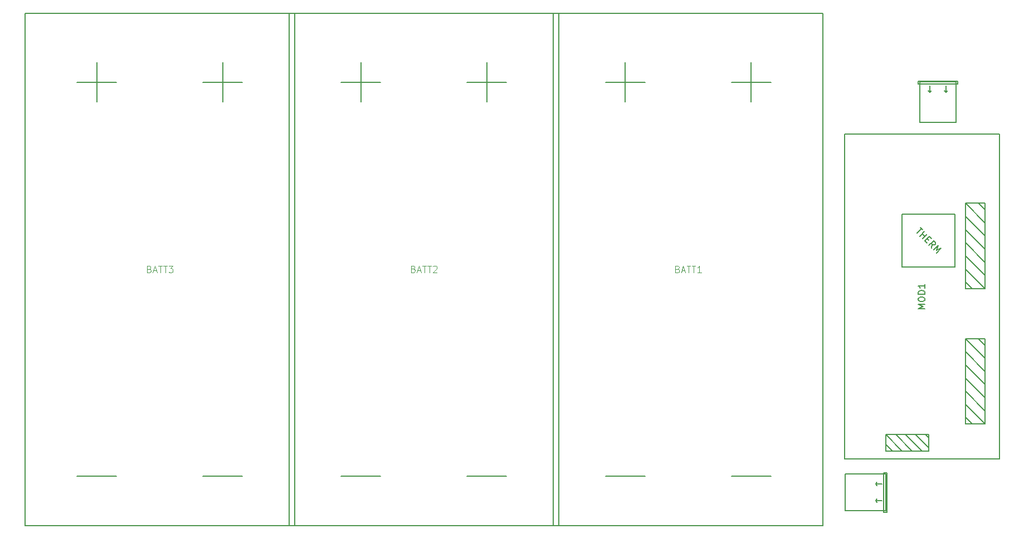
<source format=gbr>
G04 #@! TF.GenerationSoftware,KiCad,Pcbnew,(5.0.2)-1*
G04 #@! TF.CreationDate,2019-05-03T13:20:24-04:00*
G04 #@! TF.ProjectId,2p3s-pwr-pack,32703373-2d70-4777-922d-7061636b2e6b,V1*
G04 #@! TF.SameCoordinates,Original*
G04 #@! TF.FileFunction,Other,Fab,Top*
%FSLAX46Y46*%
G04 Gerber Fmt 4.6, Leading zero omitted, Abs format (unit mm)*
G04 Created by KiCad (PCBNEW (5.0.2)-1) date 5/3/2019 1:20:24 PM*
%MOMM*%
%LPD*%
G01*
G04 APERTURE LIST*
%ADD10C,0.150000*%
%ADD11C,0.100000*%
G04 APERTURE END LIST*
D10*
G04 #@! TO.C,MOD1*
X182050000Y-82950000D02*
X182050000Y-132450000D01*
X205550000Y-82950000D02*
X205550000Y-132450000D01*
X205550000Y-132450000D02*
X182050000Y-132450000D01*
X205550000Y-82950000D02*
X182050000Y-82950000D01*
X200400000Y-114100000D02*
X200400000Y-127100000D01*
X203400000Y-114100000D02*
X203400000Y-127100000D01*
X200400000Y-114100000D02*
X203400000Y-114100000D01*
X203400000Y-127100000D02*
X200400000Y-127100000D01*
X200400000Y-116100000D02*
X203400000Y-119100000D01*
X200400000Y-118100000D02*
X203400000Y-121100000D01*
X203400000Y-123100000D02*
X200400000Y-120100000D01*
X203400000Y-125100000D02*
X200400000Y-122100000D01*
X200400000Y-122100000D02*
X200400000Y-124100000D01*
X200400000Y-124100000D02*
X203400000Y-127100000D01*
X200400000Y-126100000D02*
X201400000Y-127100000D01*
X200400000Y-114100000D02*
X203400000Y-117100000D01*
X202400000Y-114100000D02*
X203400000Y-115100000D01*
X200400000Y-93500000D02*
X200400000Y-106500000D01*
X203400000Y-93500000D02*
X203400000Y-106500000D01*
X200400000Y-93500000D02*
X203400000Y-93500000D01*
X203400000Y-106500000D02*
X200400000Y-106500000D01*
X200400000Y-95500000D02*
X203400000Y-98500000D01*
X202400000Y-93500000D02*
X203400000Y-94500000D01*
X203400000Y-104500000D02*
X200400000Y-101500000D01*
X203400000Y-102500000D02*
X200400000Y-99500000D01*
X200400000Y-101500000D02*
X200400000Y-103500000D01*
X200400000Y-97500000D02*
X203400000Y-100500000D01*
X200400000Y-103500000D02*
X203400000Y-106500000D01*
X200400000Y-105500000D02*
X201400000Y-106500000D01*
X200400000Y-93500000D02*
X203400000Y-96500000D01*
X188300000Y-131200000D02*
X188300000Y-128700000D01*
X188300000Y-128700000D02*
X194800000Y-128700000D01*
X194800000Y-128700000D02*
X194800000Y-131200000D01*
X194800000Y-131200000D02*
X188300000Y-131200000D01*
X188300000Y-130200000D02*
X189300000Y-131200000D01*
X188300000Y-128700000D02*
X190800000Y-131200000D01*
X190800000Y-131200000D02*
X192300000Y-131200000D01*
X192300000Y-131200000D02*
X189800000Y-128700000D01*
X189800000Y-128700000D02*
X191300000Y-128700000D01*
X191300000Y-128700000D02*
X193800000Y-131200000D01*
X194800000Y-130700000D02*
X192800000Y-128700000D01*
X194300000Y-128700000D02*
X194800000Y-129200000D01*
X198800000Y-103200000D02*
X191300000Y-103200000D01*
X191300000Y-103200000D02*
X190800000Y-103200000D01*
X190800000Y-103200000D02*
X190800000Y-95200000D01*
X190800000Y-95200000D02*
X198800000Y-95200000D01*
X198800000Y-95200000D02*
X198800000Y-103200000D01*
G04 #@! TO.C,BATT1*
X164840001Y-75075001D02*
X170840001Y-75075001D01*
X167840001Y-72075001D02*
X167840001Y-78075001D01*
X137775001Y-64575001D02*
X178775001Y-64575001D01*
X178775001Y-64575001D02*
X178775001Y-142575001D01*
X164840001Y-75075001D02*
X170840001Y-75075001D01*
X164840001Y-135075001D02*
X170840001Y-135075001D01*
X167840001Y-72075001D02*
X167840001Y-78075001D01*
X148710001Y-72075001D02*
X148710001Y-78075001D01*
X137775001Y-142575001D02*
X178775001Y-142575001D01*
X137775001Y-64575001D02*
X137775001Y-142575001D01*
X145710001Y-75075001D02*
X151710001Y-75075001D01*
X145710001Y-135075001D02*
X151710001Y-135075001D01*
G04 #@! TO.C,BATT3*
X65410001Y-135075001D02*
X71410001Y-135075001D01*
X65410001Y-75075001D02*
X71410001Y-75075001D01*
X57475001Y-64575001D02*
X57475001Y-142575001D01*
X57475001Y-142575001D02*
X98475001Y-142575001D01*
X68410001Y-72075001D02*
X68410001Y-78075001D01*
X87540001Y-72075001D02*
X87540001Y-78075001D01*
X84540001Y-135075001D02*
X90540001Y-135075001D01*
X84540001Y-75075001D02*
X90540001Y-75075001D01*
X98475001Y-64575001D02*
X98475001Y-142575001D01*
X57475001Y-64575001D02*
X98475001Y-64575001D01*
X87540001Y-72075001D02*
X87540001Y-78075001D01*
X84540001Y-75075001D02*
X90540001Y-75075001D01*
G04 #@! TO.C,BATT2*
X124681600Y-75055800D02*
X130681600Y-75055800D01*
X127681600Y-72055800D02*
X127681600Y-78055800D01*
X97616600Y-64555800D02*
X138616600Y-64555800D01*
X138616600Y-64555800D02*
X138616600Y-142555800D01*
X124681600Y-75055800D02*
X130681600Y-75055800D01*
X124681600Y-135055800D02*
X130681600Y-135055800D01*
X127681600Y-72055800D02*
X127681600Y-78055800D01*
X108551600Y-72055800D02*
X108551600Y-78055800D01*
X97616600Y-142555800D02*
X138616600Y-142555800D01*
X97616600Y-64555800D02*
X97616600Y-142555800D01*
X105551600Y-75055800D02*
X111551600Y-75055800D01*
X105551600Y-135055800D02*
X111551600Y-135055800D01*
G04 #@! TO.C,P13*
X188450000Y-140500000D02*
X188450000Y-134500000D01*
X188000000Y-134500000D02*
X188450000Y-134500000D01*
X188000000Y-140500000D02*
X188000000Y-134500000D01*
X188450000Y-140500000D02*
X188000000Y-140500000D01*
X186750000Y-136250000D02*
X187000000Y-136500000D01*
X186750000Y-136250000D02*
X187000000Y-136000000D01*
X187750000Y-136250000D02*
X186750000Y-136250000D01*
X186750000Y-138750000D02*
X187000000Y-138500000D01*
X186750000Y-138750000D02*
X187000000Y-139000000D01*
X187750000Y-138750000D02*
X186750000Y-138750000D01*
X188350000Y-140270000D02*
X188350000Y-134730000D01*
X188350000Y-140270000D02*
X182150000Y-140270000D01*
X188350000Y-134730000D02*
X182150000Y-134730000D01*
X182150000Y-140270000D02*
X182150000Y-134730000D01*
G04 #@! TO.C,P16*
X198985000Y-81205000D02*
X193445000Y-81205000D01*
X193445000Y-75005000D02*
X193445000Y-81205000D01*
X198985000Y-75005000D02*
X198985000Y-81205000D01*
X198985000Y-75005000D02*
X193445000Y-75005000D01*
X197465000Y-75605000D02*
X197465000Y-76605000D01*
X197465000Y-76605000D02*
X197715000Y-76355000D01*
X197465000Y-76605000D02*
X197215000Y-76355000D01*
X194965000Y-75605000D02*
X194965000Y-76605000D01*
X194965000Y-76605000D02*
X194715000Y-76355000D01*
X194965000Y-76605000D02*
X195215000Y-76355000D01*
X199215000Y-74905000D02*
X199215000Y-75355000D01*
X199215000Y-75355000D02*
X193215000Y-75355000D01*
X193215000Y-75355000D02*
X193215000Y-74905000D01*
X199215000Y-74905000D02*
X193215000Y-74905000D01*
G04 #@! TD*
G04 #@! TO.C,MOD1*
X194252380Y-109533333D02*
X193252380Y-109533333D01*
X193966666Y-109200000D01*
X193252380Y-108866666D01*
X194252380Y-108866666D01*
X193252380Y-108200000D02*
X193252380Y-108009523D01*
X193300000Y-107914285D01*
X193395238Y-107819047D01*
X193585714Y-107771428D01*
X193919047Y-107771428D01*
X194109523Y-107819047D01*
X194204761Y-107914285D01*
X194252380Y-108009523D01*
X194252380Y-108200000D01*
X194204761Y-108295238D01*
X194109523Y-108390476D01*
X193919047Y-108438095D01*
X193585714Y-108438095D01*
X193395238Y-108390476D01*
X193300000Y-108295238D01*
X193252380Y-108200000D01*
X194252380Y-107342857D02*
X193252380Y-107342857D01*
X193252380Y-107104761D01*
X193300000Y-106961904D01*
X193395238Y-106866666D01*
X193490476Y-106819047D01*
X193680952Y-106771428D01*
X193823809Y-106771428D01*
X194014285Y-106819047D01*
X194109523Y-106866666D01*
X194204761Y-106961904D01*
X194252380Y-107104761D01*
X194252380Y-107342857D01*
X194252380Y-105819047D02*
X194252380Y-106390476D01*
X194252380Y-106104761D02*
X193252380Y-106104761D01*
X193395238Y-106200000D01*
X193490476Y-106295238D01*
X193538095Y-106390476D01*
X193537309Y-97162859D02*
X193941370Y-97566920D01*
X193032233Y-98071996D02*
X193739339Y-97364889D01*
X193469965Y-98509729D02*
X194177072Y-97802622D01*
X193840355Y-98139339D02*
X194244416Y-98543400D01*
X193874026Y-98913790D02*
X194581133Y-98206683D01*
X194581133Y-98880118D02*
X194816835Y-99115820D01*
X194547461Y-99587225D02*
X194210744Y-99250507D01*
X194917851Y-98543400D01*
X195254568Y-98880118D01*
X195254568Y-100294331D02*
X195355583Y-99721912D01*
X194850507Y-99890270D02*
X195557614Y-99183164D01*
X195826988Y-99452538D01*
X195860660Y-99553553D01*
X195860660Y-99620896D01*
X195826988Y-99721912D01*
X195725973Y-99822927D01*
X195624957Y-99856599D01*
X195557614Y-99856599D01*
X195456599Y-99822927D01*
X195187225Y-99553553D01*
X195557614Y-100597377D02*
X196264721Y-99890270D01*
X195995347Y-100631049D01*
X196736125Y-100361675D01*
X196029018Y-101068782D01*
G04 #@! TO.C,BATT1*
D11*
X156679762Y-103503572D02*
X156822620Y-103551191D01*
X156870239Y-103598810D01*
X156917858Y-103694048D01*
X156917858Y-103836905D01*
X156870239Y-103932143D01*
X156822620Y-103979762D01*
X156727381Y-104027381D01*
X156346429Y-104027381D01*
X156346429Y-103027381D01*
X156679762Y-103027381D01*
X156775001Y-103075001D01*
X156822620Y-103122620D01*
X156870239Y-103217858D01*
X156870239Y-103313096D01*
X156822620Y-103408334D01*
X156775001Y-103455953D01*
X156679762Y-103503572D01*
X156346429Y-103503572D01*
X157298810Y-103741667D02*
X157775001Y-103741667D01*
X157203572Y-104027381D02*
X157536905Y-103027381D01*
X157870239Y-104027381D01*
X158060715Y-103027381D02*
X158632143Y-103027381D01*
X158346429Y-104027381D02*
X158346429Y-103027381D01*
X158822620Y-103027381D02*
X159394048Y-103027381D01*
X159108334Y-104027381D02*
X159108334Y-103027381D01*
X160251191Y-104027381D02*
X159679762Y-104027381D01*
X159965477Y-104027381D02*
X159965477Y-103027381D01*
X159870239Y-103170239D01*
X159775001Y-103265477D01*
X159679762Y-103313096D01*
G04 #@! TO.C,BATT3*
X76379762Y-103503572D02*
X76522620Y-103551191D01*
X76570239Y-103598810D01*
X76617858Y-103694048D01*
X76617858Y-103836905D01*
X76570239Y-103932143D01*
X76522620Y-103979762D01*
X76427381Y-104027381D01*
X76046429Y-104027381D01*
X76046429Y-103027381D01*
X76379762Y-103027381D01*
X76475001Y-103075001D01*
X76522620Y-103122620D01*
X76570239Y-103217858D01*
X76570239Y-103313096D01*
X76522620Y-103408334D01*
X76475001Y-103455953D01*
X76379762Y-103503572D01*
X76046429Y-103503572D01*
X76998810Y-103741667D02*
X77475001Y-103741667D01*
X76903572Y-104027381D02*
X77236905Y-103027381D01*
X77570239Y-104027381D01*
X77760715Y-103027381D02*
X78332143Y-103027381D01*
X78046429Y-104027381D02*
X78046429Y-103027381D01*
X78522620Y-103027381D02*
X79094048Y-103027381D01*
X78808334Y-104027381D02*
X78808334Y-103027381D01*
X79332143Y-103027381D02*
X79951191Y-103027381D01*
X79617858Y-103408334D01*
X79760715Y-103408334D01*
X79855953Y-103455953D01*
X79903572Y-103503572D01*
X79951191Y-103598810D01*
X79951191Y-103836905D01*
X79903572Y-103932143D01*
X79855953Y-103979762D01*
X79760715Y-104027381D01*
X79475001Y-104027381D01*
X79379762Y-103979762D01*
X79332143Y-103932143D01*
G04 #@! TO.C,BATT2*
X116521361Y-103484371D02*
X116664219Y-103531990D01*
X116711838Y-103579609D01*
X116759457Y-103674847D01*
X116759457Y-103817704D01*
X116711838Y-103912942D01*
X116664219Y-103960561D01*
X116568980Y-104008180D01*
X116188028Y-104008180D01*
X116188028Y-103008180D01*
X116521361Y-103008180D01*
X116616600Y-103055800D01*
X116664219Y-103103419D01*
X116711838Y-103198657D01*
X116711838Y-103293895D01*
X116664219Y-103389133D01*
X116616600Y-103436752D01*
X116521361Y-103484371D01*
X116188028Y-103484371D01*
X117140409Y-103722466D02*
X117616600Y-103722466D01*
X117045171Y-104008180D02*
X117378504Y-103008180D01*
X117711838Y-104008180D01*
X117902314Y-103008180D02*
X118473742Y-103008180D01*
X118188028Y-104008180D02*
X118188028Y-103008180D01*
X118664219Y-103008180D02*
X119235647Y-103008180D01*
X118949933Y-104008180D02*
X118949933Y-103008180D01*
X119521361Y-103103419D02*
X119568980Y-103055800D01*
X119664219Y-103008180D01*
X119902314Y-103008180D01*
X119997552Y-103055800D01*
X120045171Y-103103419D01*
X120092790Y-103198657D01*
X120092790Y-103293895D01*
X120045171Y-103436752D01*
X119473742Y-104008180D01*
X120092790Y-104008180D01*
G04 #@! TD*
M02*

</source>
